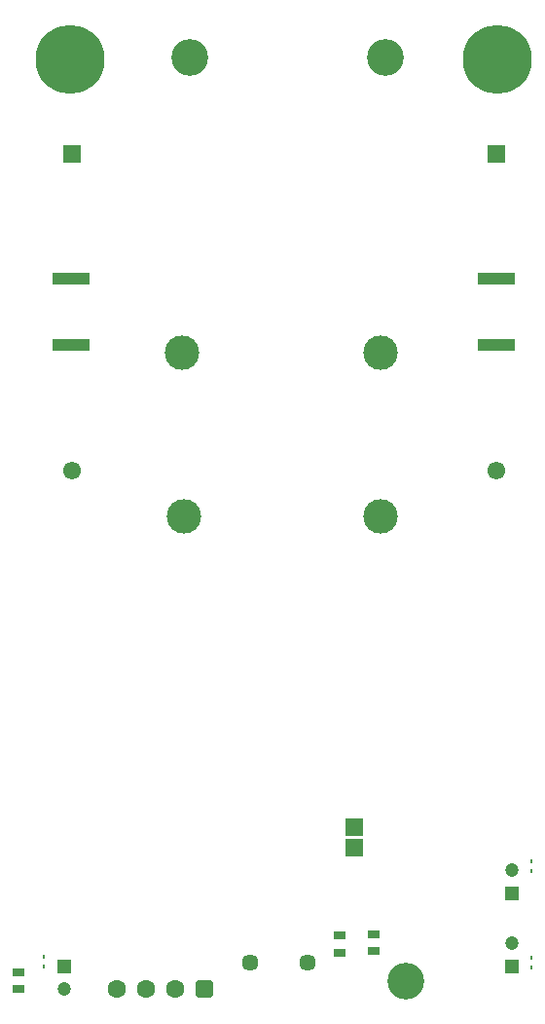
<source format=gbr>
G04*
G04 #@! TF.GenerationSoftware,Altium Limited,Altium Designer,24.6.1 (21)*
G04*
G04 Layer_Color=255*
%FSLAX25Y25*%
%MOIN*%
G70*
G04*
G04 #@! TF.SameCoordinates,3E969972-8C0A-4DBC-9D31-E8772DB7AAD8*
G04*
G04*
G04 #@! TF.FilePolarity,Positive*
G04*
G01*
G75*
%ADD29R,0.06102X0.05906*%
%ADD32R,0.03937X0.03150*%
%ADD45C,0.05709*%
%ADD46R,0.04724X0.04724*%
%ADD47C,0.04724*%
%ADD48C,0.06299*%
G04:AMPARAMS|DCode=49|XSize=62.99mil|YSize=62.99mil|CornerRadius=15.75mil|HoleSize=0mil|Usage=FLASHONLY|Rotation=180.000|XOffset=0mil|YOffset=0mil|HoleType=Round|Shape=RoundedRectangle|*
%AMROUNDEDRECTD49*
21,1,0.06299,0.03150,0,0,180.0*
21,1,0.03150,0.06299,0,0,180.0*
1,1,0.03150,-0.01575,0.01575*
1,1,0.03150,0.01575,0.01575*
1,1,0.03150,0.01575,-0.01575*
1,1,0.03150,-0.01575,-0.01575*
%
%ADD49ROUNDEDRECTD49*%
%ADD50C,0.12598*%
%ADD51C,0.23622*%
%ADD52R,0.06102X0.06102*%
%ADD53C,0.06102*%
%ADD54C,0.11811*%
%ADD58R,0.00984X0.01417*%
%ADD59R,0.12795X0.04134*%
D29*
X377500Y251543D02*
D03*
Y244457D02*
D03*
D32*
X384000Y214953D02*
D03*
Y209047D02*
D03*
X372500Y214453D02*
D03*
Y208547D02*
D03*
X262500Y201953D02*
D03*
Y196047D02*
D03*
D45*
X361343Y205161D02*
D03*
X341657Y205161D02*
D03*
D46*
X278000Y204000D02*
D03*
X431354Y203909D02*
D03*
X431500Y228972D02*
D03*
D47*
X278000Y196126D02*
D03*
X431354Y211784D02*
D03*
X431500Y236846D02*
D03*
D48*
X316000Y196346D02*
D03*
X306000D02*
D03*
X296000D02*
D03*
D49*
X326000D02*
D03*
D50*
X395000Y198846D02*
D03*
X388000Y514847D02*
D03*
X321000D02*
D03*
D51*
X426500Y514347D02*
D03*
X280000D02*
D03*
D52*
X426011Y481812D02*
D03*
X280711Y481812D02*
D03*
D53*
X426011Y373544D02*
D03*
X280711Y373544D02*
D03*
D54*
X386500Y357846D02*
D03*
X319000D02*
D03*
X386500Y413846D02*
D03*
X318500D02*
D03*
D58*
X271000Y203847D02*
D03*
Y207154D02*
D03*
X438000Y203693D02*
D03*
Y207000D02*
D03*
Y240000D02*
D03*
Y236693D02*
D03*
D59*
X280500Y439264D02*
D03*
Y416429D02*
D03*
X426000Y416429D02*
D03*
Y439264D02*
D03*
M02*

</source>
